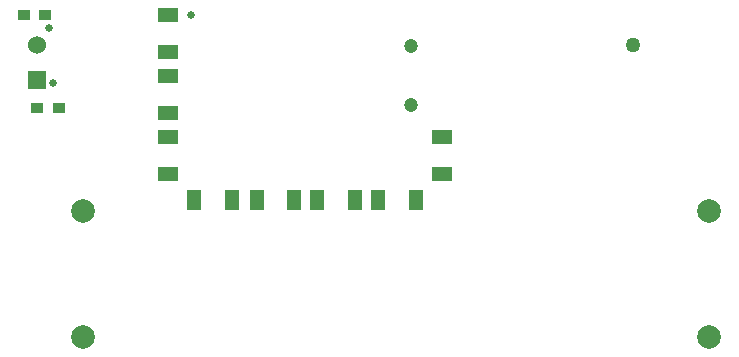
<source format=gbs>
G04*
G04 #@! TF.GenerationSoftware,Altium Limited,Altium Designer,21.7.2 (23)*
G04*
G04 Layer_Color=16711935*
%FSLAX25Y25*%
%MOIN*%
G70*
G04*
G04 #@! TF.SameCoordinates,DA759B71-393A-44F5-82FF-BB875C5BA99D*
G04*
G04*
G04 #@! TF.FilePolarity,Negative*
G04*
G01*
G75*
%ADD23R,0.06000X0.06000*%
%ADD24C,0.06000*%
%ADD25C,0.04724*%
%ADD26C,0.07874*%
%ADD27C,0.02520*%
%ADD28C,0.05000*%
%ADD31R,0.03937X0.03543*%
%ADD32R,0.04528X0.06693*%
%ADD33R,0.06693X0.04528*%
D23*
X34882Y106571D02*
D03*
D24*
Y118382D02*
D03*
D25*
X159589Y117946D02*
D03*
Y98261D02*
D03*
D26*
X258926Y21093D02*
D03*
X50265D02*
D03*
X258926Y62827D02*
D03*
X50265D02*
D03*
D27*
X38743Y124000D02*
D03*
X40181Y105664D02*
D03*
X86000Y128382D02*
D03*
D28*
X233374Y118382D02*
D03*
D31*
X34882Y97476D02*
D03*
X41969D02*
D03*
X37374Y128382D02*
D03*
X30287D02*
D03*
D32*
X160955Y66559D02*
D03*
X148553D02*
D03*
X99662D02*
D03*
X87261D02*
D03*
X140678D02*
D03*
X128277D02*
D03*
X120402D02*
D03*
X108000D02*
D03*
D33*
X78500Y75322D02*
D03*
Y87723D02*
D03*
X169716D02*
D03*
Y75322D02*
D03*
X78500Y95598D02*
D03*
Y108000D02*
D03*
Y115980D02*
D03*
Y128382D02*
D03*
M02*

</source>
